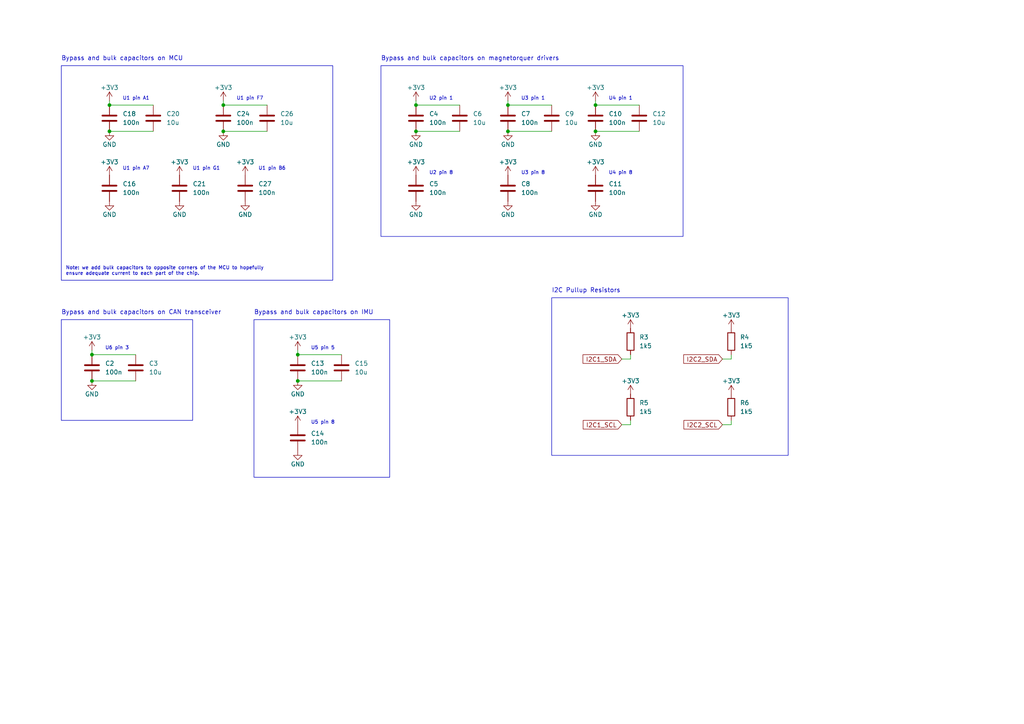
<source format=kicad_sch>
(kicad_sch (version 20230121) (generator eeschema)
  (paper "A4")
  (lib_symbols
    (symbol "Device:C" (pin_numbers hide) (pin_names (offset 0.254))
      (property "Reference" "C" (at 0.635 2.54 0))
      (property "Value" "C" (at 0.635 -2.54 0))
      (symbol "C_0_1"
        (polyline (pts (xy -2.032 -0.762) (xy 2.032 -0.762)) (stroke (width 0.508)))
        (polyline (pts (xy -2.032 0.762) (xy 2.032 0.762)) (stroke (width 0.508)))
      )
      (symbol "C_1_1"
        (pin passive line (at 0 3.81 270) (length 2.794) (name "~") (number "1"))
        (pin passive line (at 0 -3.81 90) (length 2.794) (name "~") (number "2"))
      )
    )
    (symbol "Device:R" (pin_numbers hide) (pin_names (offset 0))
      (property "Reference" "R" (at 2.032 0 90))
      (property "Value" "R" (at 0 0 90))
      (symbol "R_0_1"
        (rectangle (start -1.016 -2.54) (end 1.016 2.54) (stroke (width 0.254)))
      )
      (symbol "R_1_1"
        (pin passive line (at 0 3.81 270) (length 1.27) (name "~") (number "1"))
        (pin passive line (at 0 -3.81 90) (length 1.27) (name "~") (number "2"))
      )
    )
    (symbol "power:+3V3" (power) (pin_names (offset 0))
      (property "Value" "+3V3" (at 0 3.556 0))
      (symbol "+3V3_0_1"
        (polyline (pts (xy -0.762 1.27) (xy 0 2.54)))
        (polyline (pts (xy 0 0) (xy 0 2.54)))
        (polyline (pts (xy 0 2.54) (xy 0.762 1.27)))
      )
      (symbol "+3V3_1_1"
        (pin power_in line (at 0 0 90) (length 0) hide (name "+3V3") (number "1"))
      )
    )
    (symbol "power:GND" (power) (pin_names (offset 0))
      (property "Value" "GND" (at 0 -3.81 0))
      (symbol "GND_0_1"
        (polyline (pts (xy 0 0) (xy 0 -1.27) (xy 1.27 -1.27) (xy 0 -2.54) (xy -1.27 -1.27) (xy 0 -1.27)))
      )
      (symbol "GND_1_1"
        (pin power_in line (at 0 0 270) (length 0) hide (name "GND") (number "1"))
      )
    )
  )
  (junction (at 86.36 102.87))
  (junction (at 64.77 30.48))
  (junction (at 26.67 102.87))
  (junction (at 147.32 38.1))
  (junction (at 31.75 30.48))
  (junction (at 31.75 38.1))
  (junction (at 26.67 110.49))
  (junction (at 64.77 38.1))
  (junction (at 120.65 30.48))
  (junction (at 86.36 110.49))
  (junction (at 120.65 38.1))
  (junction (at 172.72 38.1))
  (junction (at 147.32 30.48))
  (junction (at 172.72 30.48))
  (wire (pts (xy 86.36 110.49) (xy 99.06 110.49)))
  (wire (pts (xy 172.72 29.21) (xy 172.72 30.48)))
  (wire (pts (xy 212.09 123.19) (xy 209.55 123.19)))
  (wire (pts (xy 180.34 104.14) (xy 182.88 104.14)))
  (wire (pts (xy 77.47 30.48) (xy 64.77 30.48)))
  (wire (pts (xy 182.88 123.19) (xy 180.34 123.19)))
  (wire (pts (xy 120.65 38.1) (xy 133.35 38.1)))
  (wire (pts (xy 182.88 104.14) (xy 182.88 102.87)))
  (wire (pts (xy 86.36 101.6) (xy 86.36 102.87)))
  (wire (pts (xy 185.42 30.48) (xy 172.72 30.48)))
  (wire (pts (xy 26.67 101.6) (xy 26.67 102.87)))
  (wire (pts (xy 39.37 102.87) (xy 26.67 102.87)))
  (wire (pts (xy 160.02 30.48) (xy 147.32 30.48)))
  (wire (pts (xy 182.88 121.92) (xy 182.88 123.19)))
  (wire (pts (xy 133.35 30.48) (xy 120.65 30.48)))
  (wire (pts (xy 31.75 29.21) (xy 31.75 30.48)))
  (wire (pts (xy 26.67 110.49) (xy 39.37 110.49)))
  (wire (pts (xy 64.77 29.21) (xy 64.77 30.48)))
  (wire (pts (xy 120.65 29.21) (xy 120.65 30.48)))
  (wire (pts (xy 31.75 38.1) (xy 44.45 38.1)))
  (wire (pts (xy 212.09 104.14) (xy 212.09 102.87)))
  (wire (pts (xy 64.77 38.1) (xy 77.47 38.1)))
  (wire (pts (xy 212.09 121.92) (xy 212.09 123.19)))
  (wire (pts (xy 147.32 38.1) (xy 160.02 38.1)))
  (wire (pts (xy 99.06 102.87) (xy 86.36 102.87)))
  (wire (pts (xy 147.32 29.21) (xy 147.32 30.48)))
  (wire (pts (xy 172.72 38.1) (xy 185.42 38.1)))
  (wire (pts (xy 209.55 104.14) (xy 212.09 104.14)))
  (wire (pts (xy 44.45 30.48) (xy 31.75 30.48)))
  (rectangle (start 110.49 19.05) (end 198.12 68.58))
  (rectangle (start 17.78 19.05) (end 96.52 81.28))
  (rectangle (start 160.02 86.36) (end 228.6 132.08))
  (rectangle (start 73.66 92.71) (end 113.03 138.43))
  (rectangle (start 17.78 92.71) (end 55.88 121.92))
  (text "U3 pin 1" (at 151.13 29.21 0) (effects (font (size 1 1)) (justify left bottom)))
  (text "U1 pin A7" (at 35.56 49.53 0) (effects (font (size 1 1)) (justify left bottom)))
  (text "U1 pin G1" (at 55.88 49.53 0) (effects (font (size 1 1)) (justify left bottom)))
  (text "U1 pin F7" (at 68.58 29.21 0) (effects (font (size 1 1)) (justify left bottom)))
  (text "U2 pin 8" (at 124.46 50.8 0) (effects (font (size 1 1)) (justify left bottom)))
  (text "U4 pin 1" (at 176.53 29.21 0) (effects (font (size 1 1)) (justify left bottom)))
  (text "U2 pin 1" (at 124.46 29.21 0) (effects (font (size 1 1)) (justify left bottom)))
  (text "U5 pin 5" (at 90.17 101.6 0) (effects (font (size 1 1)) (justify left bottom)))
  (text "U4 pin 8" (at 176.53 50.8 0) (effects (font (size 1 1)) (justify left bottom)))
  (text "U3 pin 8" (at 151.13 50.8 0) (effects (font (size 1 1)) (justify left bottom)))
  (text "U6 pin 3" (at 30.48 101.6 0) (effects (font (size 1 1)) (justify left bottom)))
  (text "I2C Pullup Resistors" (at 160.02 85.09 0) (effects (font (size 1.27 1.27)) (justify left bottom)))
  (text "Bypass and bulk capacitors on CAN transceiver" (at 17.78 91.44 0) (effects (font (size 1.27 1.27)) (justify left bottom)))
  (text "Bypass and bulk capacitors on MCU" (at 17.78 17.78 0) (effects (font (size 1.27 1.27)) (justify left bottom)))
  (text "Note: we add bulk capacitors to opposite corners of the MCU to hopefully\nensure adequate current to each part of the chip." (at 19.05 80.01 0) (effects (font (size 1 1)) (justify left bottom)))
  (text "U1 pin B6" (at 74.93 49.53 0) (effects (font (size 1 1)) (justify left bottom)))
  (text "U1 pin A1" (at 35.56 29.21 0) (effects (font (size 1 1)) (justify left bottom)))
  (text "Bypass and bulk capacitors on magnetorquer drivers" (at 110.49 17.78 0) (effects (font (size 1.27 1.27)) (justify left bottom)))
  (text "Bypass and bulk capacitors on IMU" (at 73.66 91.44 0) (effects (font (size 1.27 1.27)) (justify left bottom)))
  (text "U5 pin 8" (at 90.17 123.19 0) (effects (font (size 1 1)) (justify left bottom)))
  (global_label "I2C1_SCL" (shape input) (at 180.34 123.19 180) (property "Intersheetrefs" "${INTERSHEET_REFS}" (effects hide)))
  (global_label "I2C2_SDA" (shape input) (at 209.55 104.14 180) (property "Intersheetrefs" "${INTERSHEET_REFS}" (effects hide)))
  (global_label "I2C2_SCL" (shape input) (at 209.55 123.19 180) (property "Intersheetrefs" "${INTERSHEET_REFS}" (effects hide)))
  (global_label "I2C1_SDA" (shape input) (at 180.34 104.14 180) (property "Intersheetrefs" "${INTERSHEET_REFS}" (effects hide)))
  (symbol (lib_id "power:+3V3") (at 31.75 50.8 0) (unit 1)
    (property "Reference" "#PWR048" (effects hide))
    (property "Value" "+3V3" (at 31.75 46.99 0))
  )
  (symbol (lib_id "power:+3V3") (at 26.67 101.6 0) (unit 1)
    (property "Reference" "#PWR029" (effects hide))
    (property "Value" "+3V3" (at 26.67 97.79 0))
  )
  (symbol (lib_id "Device:C") (at 99.06 106.68 0) (unit 1)
    (property "Reference" "C15" (at 102.87 105.41 0) (effects (justify left)))
    (property "Value" "10u" (at 102.87 107.95 0) (effects (justify left)))
    (property "Footprint" "Capacitor_SMD:C_0603_1608Metric" (effects hide))
    (property "MPN" "C19702" (effects hide))
    (property "Manufacturer" "Samsung Electro-Mechanics" (effects hide))
    (property "Manufacturer Part Number" "CL10A106KP8NNNC" (effects hide))
  )
  (symbol (lib_id "Device:C") (at 172.72 34.29 0) (unit 1)
    (property "Reference" "C10" (at 176.53 33.02 0) (effects (justify left)))
    (property "Value" "100n" (at 176.53 35.56 0) (effects (justify left)))
    (property "Footprint" "Capacitor_SMD:C_0402_1005Metric" (effects hide))
    (property "MPN" "C1525" (effects hide))
    (property "Manufacturer" "Samsung Electro-Mechanics" (effects hide))
    (property "Manufacturer Part Number" "CL05B104KO5NNNC" (effects hide))
  )
  (symbol (lib_id "power:+3V3") (at 212.09 95.25 0) (unit 1)
    (property "Reference" "#PWR053" (effects hide))
    (property "Value" "+3V3" (at 212.09 91.44 0))
  )
  (symbol (lib_id "power:GND") (at 26.67 110.49 0) (unit 1)
    (property "Reference" "#PWR031" (effects hide))
    (property "Value" "GND" (at 26.67 114.3 0))
  )
  (symbol (lib_id "power:GND") (at 120.65 38.1 0) (unit 1)
    (property "Reference" "#PWR033" (effects hide))
    (property "Value" "GND" (at 120.65 41.91 0))
  )
  (symbol (lib_id "power:GND") (at 86.36 110.49 0) (unit 1)
    (property "Reference" "#PWR045" (effects hide))
    (property "Value" "GND" (at 86.36 114.3 0))
  )
  (symbol (lib_id "Device:C") (at 120.65 34.29 0) (unit 1)
    (property "Reference" "C4" (at 124.46 33.02 0) (effects (justify left)))
    (property "Value" "100n" (at 124.46 35.56 0) (effects (justify left)))
    (property "Footprint" "Capacitor_SMD:C_0402_1005Metric" (effects hide))
    (property "MPN" "C1525" (effects hide))
    (property "Manufacturer" "Samsung Electro-Mechanics" (effects hide))
    (property "Manufacturer Part Number" "CL05B104KO5NNNC" (effects hide))
  )
  (symbol (lib_id "Device:C") (at 185.42 34.29 0) (unit 1)
    (property "Reference" "C12" (at 189.23 33.02 0) (effects (justify left)))
    (property "Value" "10u" (at 189.23 35.56 0) (effects (justify left)))
    (property "Footprint" "Capacitor_SMD:C_0603_1608Metric" (effects hide))
    (property "MPN" "C19702" (effects hide))
    (property "Manufacturer" "Samsung Electro-Mechanics" (effects hide))
    (property "Manufacturer Part Number" "CL10A106KP8NNNC" (effects hide))
  )
  (symbol (lib_id "Device:C") (at 86.36 106.68 0) (unit 1)
    (property "Reference" "C13" (at 90.17 105.41 0) (effects (justify left)))
    (property "Value" "100n" (at 90.17 107.95 0) (effects (justify left)))
    (property "Footprint" "Capacitor_SMD:C_0402_1005Metric" (effects hide))
    (property "MPN" "C1525" (effects hide))
    (property "Manufacturer" "Samsung Electro-Mechanics" (effects hide))
    (property "Manufacturer Part Number" "CL05B104KO5NNNC" (effects hide))
  )
  (symbol (lib_id "Device:C") (at 86.36 127 0) (unit 1)
    (property "Reference" "C14" (at 90.17 125.73 0) (effects (justify left)))
    (property "Value" "100n" (at 90.17 128.27 0) (effects (justify left)))
    (property "Footprint" "Capacitor_SMD:C_0402_1005Metric" (effects hide))
    (property "MPN" "C1525" (effects hide))
    (property "Manufacturer" "Samsung Electro-Mechanics" (effects hide))
    (property "Manufacturer Part Number" "CL05B104KO5NNNC" (effects hide))
  )
  (symbol (lib_id "power:+3V3") (at 31.75 29.21 0) (unit 1)
    (property "Reference" "#PWR050" (effects hide))
    (property "Value" "+3V3" (at 31.75 25.4 0))
  )
  (symbol (lib_id "power:+3V3") (at 120.65 50.8 0) (unit 1)
    (property "Reference" "#PWR034" (effects hide))
    (property "Value" "+3V3" (at 120.65 46.99 0))
  )
  (symbol (lib_id "power:GND") (at 147.32 38.1 0) (unit 1)
    (property "Reference" "#PWR037" (effects hide))
    (property "Value" "GND" (at 147.32 41.91 0))
  )
  (symbol (lib_id "power:GND") (at 31.75 38.1 0) (unit 1)
    (property "Reference" "#PWR051" (effects hide))
    (property "Value" "GND" (at 31.75 41.91 0))
  )
  (symbol (lib_id "power:+3V3") (at 86.36 101.6 0) (unit 1)
    (property "Reference" "#PWR044" (effects hide))
    (property "Value" "+3V3" (at 86.36 97.79 0))
  )
  (symbol (lib_id "Device:R") (at 182.88 99.06 0) (unit 1)
    (property "Reference" "R3" (at 185.42 97.79 0) (effects (justify left)))
    (property "Value" "1k5" (at 185.42 100.33 0) (effects (justify left)))
    (property "Footprint" "Resistor_SMD:R_0402_1005Metric" (effects hide))
    (property "Purpose" "I2C pullup" (effects hide))
    (property "MPN" "C25867" (effects hide))
    (property "Manufacturer" "UNI-ROYAL" (effects hide))
    (property "Manufacturer Part Number" "0402WGF1501TCE" (effects hide))
  )
  (symbol (lib_id "Device:R") (at 182.88 118.11 0) (unit 1)
    (property "Reference" "R5" (at 185.42 116.84 0) (effects (justify left)))
    (property "Value" "1k5" (at 185.42 119.38 0) (effects (justify left)))
    (property "Footprint" "Resistor_SMD:R_0402_1005Metric" (effects hide))
    (property "Purpose" "I2C pullup" (effects hide))
    (property "MPN" "C25867" (effects hide))
    (property "Manufacturer" "UNI-ROYAL" (effects hide))
    (property "Manufacturer Part Number" "0402WGF1501TCE" (effects hide))
  )
  (symbol (lib_id "Device:C") (at 39.37 106.68 0) (unit 1)
    (property "Reference" "C3" (at 43.18 105.41 0) (effects (justify left)))
    (property "Value" "10u" (at 43.18 107.95 0) (effects (justify left)))
    (property "Footprint" "Capacitor_SMD:C_0603_1608Metric" (effects hide))
    (property "MPN" "C19702" (effects hide))
    (property "Manufacturer" "Samsung Electro-Mechanics" (effects hide))
    (property "Manufacturer Part Number" "CL10A106KP8NNNC" (effects hide))
  )
  (symbol (lib_id "Device:C") (at 31.75 34.29 0) (unit 1)
    (property "Reference" "C18" (at 35.56 33.02 0) (effects (justify left)))
    (property "Value" "100n" (at 35.56 35.56 0) (effects (justify left)))
    (property "Footprint" "Capacitor_SMD:C_0402_1005Metric" (effects hide))
    (property "MPN" "C1525" (effects hide))
    (property "Manufacturer" "Samsung Electro-Mechanics" (effects hide))
    (property "Manufacturer Part Number" "CL05B104KO5NNNC" (effects hide))
  )
  (symbol (lib_id "power:GND") (at 120.65 58.42 0) (unit 1)
    (property "Reference" "#PWR035" (effects hide))
    (property "Value" "GND" (at 120.65 62.23 0))
  )
  (symbol (lib_id "Device:C") (at 160.02 34.29 0) (unit 1)
    (property "Reference" "C9" (at 163.83 33.02 0) (effects (justify left)))
    (property "Value" "10u" (at 163.83 35.56 0) (effects (justify left)))
    (property "Footprint" "Capacitor_SMD:C_0603_1608Metric" (effects hide))
    (property "MPN" "C19702" (effects hide))
    (property "Manufacturer" "Samsung Electro-Mechanics" (effects hide))
    (property "Manufacturer Part Number" "CL10A106KP8NNNC" (effects hide))
  )
  (symbol (lib_id "power:+3V3") (at 172.72 50.8 0) (unit 1)
    (property "Reference" "#PWR042" (effects hide))
    (property "Value" "+3V3" (at 172.72 46.99 0))
  )
  (symbol (lib_id "Device:C") (at 172.72 54.61 0) (unit 1)
    (property "Reference" "C11" (at 176.53 53.34 0) (effects (justify left)))
    (property "Value" "100n" (at 176.53 55.88 0) (effects (justify left)))
    (property "Footprint" "Capacitor_SMD:C_0402_1005Metric" (effects hide))
    (property "MPN" "C1525" (effects hide))
    (property "Manufacturer" "Samsung Electro-Mechanics" (effects hide))
    (property "Manufacturer Part Number" "CL05B104KO5NNNC" (effects hide))
  )
  (symbol (lib_id "power:GND") (at 71.12 58.42 0) (unit 1)
    (property "Reference" "#PWR063" (effects hide))
    (property "Value" "GND" (at 71.12 62.23 0))
  )
  (symbol (lib_id "Device:C") (at 52.07 54.61 0) (unit 1)
    (property "Reference" "C21" (at 55.88 53.34 0) (effects (justify left)))
    (property "Value" "100n" (at 55.88 55.88 0) (effects (justify left)))
    (property "Footprint" "Capacitor_SMD:C_0402_1005Metric" (effects hide))
    (property "MPN" "C1525" (effects hide))
    (property "Manufacturer" "Samsung Electro-Mechanics" (effects hide))
    (property "Manufacturer Part Number" "CL05B104KO5NNNC" (effects hide))
  )
  (symbol (lib_id "Device:C") (at 64.77 34.29 0) (unit 1)
    (property "Reference" "C24" (at 68.58 33.02 0) (effects (justify left)))
    (property "Value" "100n" (at 68.58 35.56 0) (effects (justify left)))
    (property "Footprint" "Capacitor_SMD:C_0402_1005Metric" (effects hide))
    (property "MPN" "C1525" (effects hide))
    (property "Manufacturer" "Samsung Electro-Mechanics" (effects hide))
    (property "Manufacturer Part Number" "CL05B104KO5NNNC" (effects hide))
  )
  (symbol (lib_id "Device:C") (at 147.32 54.61 0) (unit 1)
    (property "Reference" "C8" (at 151.13 53.34 0) (effects (justify left)))
    (property "Value" "100n" (at 151.13 55.88 0) (effects (justify left)))
    (property "Footprint" "Capacitor_SMD:C_0402_1005Metric" (effects hide))
    (property "MPN" "C1525" (effects hide))
    (property "Manufacturer" "Samsung Electro-Mechanics" (effects hide))
    (property "Manufacturer Part Number" "CL05B104KO5NNNC" (effects hide))
  )
  (symbol (lib_id "Device:C") (at 120.65 54.61 0) (unit 1)
    (property "Reference" "C5" (at 124.46 53.34 0) (effects (justify left)))
    (property "Value" "100n" (at 124.46 55.88 0) (effects (justify left)))
    (property "Footprint" "Capacitor_SMD:C_0402_1005Metric" (effects hide))
    (property "MPN" "C1525" (effects hide))
    (property "Manufacturer" "Samsung Electro-Mechanics" (effects hide))
    (property "Manufacturer Part Number" "CL05B104KO5NNNC" (effects hide))
  )
  (symbol (lib_id "Device:C") (at 147.32 34.29 0) (unit 1)
    (property "Reference" "C7" (at 151.13 33.02 0) (effects (justify left)))
    (property "Value" "100n" (at 151.13 35.56 0) (effects (justify left)))
    (property "Footprint" "Capacitor_SMD:C_0402_1005Metric" (effects hide))
    (property "MPN" "C1525" (effects hide))
    (property "Manufacturer" "Samsung Electro-Mechanics" (effects hide))
    (property "Manufacturer Part Number" "CL05B104KO5NNNC" (effects hide))
  )
  (symbol (lib_id "Device:C") (at 44.45 34.29 0) (unit 1)
    (property "Reference" "C20" (at 48.26 33.02 0) (effects (justify left)))
    (property "Value" "10u" (at 48.26 35.56 0) (effects (justify left)))
    (property "Footprint" "Capacitor_SMD:C_0603_1608Metric" (effects hide))
    (property "MPN" "C19702" (effects hide))
    (property "Manufacturer" "Samsung Electro-Mechanics" (effects hide))
    (property "Manufacturer Part Number" "CL10A106KP8NNNC" (effects hide))
  )
  (symbol (lib_id "power:+3V3") (at 71.12 50.8 0) (unit 1)
    (property "Reference" "#PWR062" (effects hide))
    (property "Value" "+3V3" (at 71.12 46.99 0))
  )
  (symbol (lib_id "power:GND") (at 172.72 58.42 0) (unit 1)
    (property "Reference" "#PWR043" (effects hide))
    (property "Value" "GND" (at 172.72 62.23 0))
  )
  (symbol (lib_id "power:GND") (at 31.75 58.42 0) (unit 1)
    (property "Reference" "#PWR049" (effects hide))
    (property "Value" "GND" (at 31.75 62.23 0))
  )
  (symbol (lib_id "power:GND") (at 64.77 38.1 0) (unit 1)
    (property "Reference" "#PWR059" (effects hide))
    (property "Value" "GND" (at 64.77 41.91 0))
  )
  (symbol (lib_id "power:+3V3") (at 52.07 50.8 0) (unit 1)
    (property "Reference" "#PWR054" (effects hide))
    (property "Value" "+3V3" (at 52.07 46.99 0))
  )
  (symbol (lib_id "power:GND") (at 52.07 58.42 0) (unit 1)
    (property "Reference" "#PWR055" (effects hide))
    (property "Value" "GND" (at 52.07 62.23 0))
  )
  (symbol (lib_id "power:GND") (at 172.72 38.1 0) (unit 1)
    (property "Reference" "#PWR041" (effects hide))
    (property "Value" "GND" (at 172.72 41.91 0))
  )
  (symbol (lib_id "power:+3V3") (at 182.88 114.3 0) (unit 1)
    (property "Reference" "#PWR056" (effects hide))
    (property "Value" "+3V3" (at 182.88 110.49 0))
  )
  (symbol (lib_id "power:+3V3") (at 147.32 50.8 0) (unit 1)
    (property "Reference" "#PWR038" (effects hide))
    (property "Value" "+3V3" (at 147.32 46.99 0))
  )
  (symbol (lib_id "power:+3V3") (at 212.09 114.3 0) (unit 1)
    (property "Reference" "#PWR057" (effects hide))
    (property "Value" "+3V3" (at 212.09 110.49 0))
  )
  (symbol (lib_id "Device:R") (at 212.09 118.11 0) (unit 1)
    (property "Reference" "R6" (at 214.63 116.84 0) (effects (justify left)))
    (property "Value" "1k5" (at 214.63 119.38 0) (effects (justify left)))
    (property "Footprint" "Resistor_SMD:R_0402_1005Metric" (effects hide))
    (property "Purpose" "I2C pullup" (effects hide))
    (property "MPN" "C25867" (effects hide))
    (property "Manufacturer" "UNI-ROYAL" (effects hide))
    (property "Manufacturer Part Number" "0402WGF1501TCE" (effects hide))
  )
  (symbol (lib_id "power:GND") (at 147.32 58.42 0) (unit 1)
    (property "Reference" "#PWR039" (effects hide))
    (property "Value" "GND" (at 147.32 62.23 0))
  )
  (symbol (lib_id "power:+3V3") (at 147.32 29.21 0) (unit 1)
    (property "Reference" "#PWR036" (effects hide))
    (property "Value" "+3V3" (at 147.32 25.4 0))
  )
  (symbol (lib_id "power:+3V3") (at 86.36 123.19 0) (unit 1)
    (property "Reference" "#PWR046" (effects hide))
    (property "Value" "+3V3" (at 86.36 119.38 0))
  )
  (symbol (lib_id "power:GND") (at 86.36 130.81 0) (unit 1)
    (property "Reference" "#PWR047" (effects hide))
    (property "Value" "GND" (at 86.36 134.62 0))
  )
  (symbol (lib_id "Device:C") (at 77.47 34.29 0) (unit 1)
    (property "Reference" "C26" (at 81.28 33.02 0) (effects (justify left)))
    (property "Value" "10u" (at 81.28 35.56 0) (effects (justify left)))
    (property "Footprint" "Capacitor_SMD:C_0603_1608Metric" (effects hide))
    (property "MPN" "C19702" (effects hide))
    (property "Manufacturer" "Samsung Electro-Mechanics" (effects hide))
    (property "Manufacturer Part Number" "CL10A106KP8NNNC" (effects hide))
  )
  (symbol (lib_id "Device:R") (at 212.09 99.06 0) (unit 1)
    (property "Reference" "R4" (at 214.63 97.79 0) (effects (justify left)))
    (property "Value" "1k5" (at 214.63 100.33 0) (effects (justify left)))
    (property "Footprint" "Resistor_SMD:R_0402_1005Metric" (effects hide))
    (property "Purpose" "I2C pullup" (effects hide))
    (property "MPN" "C25867" (effects hide))
    (property "Manufacturer" "UNI-ROYAL" (effects hide))
    (property "Manufacturer Part Number" "0402WGF1501TCE" (effects hide))
  )
  (symbol (lib_id "power:+3V3") (at 172.72 29.21 0) (unit 1)
    (property "Reference" "#PWR040" (effects hide))
    (property "Value" "+3V3" (at 172.72 25.4 0))
  )
  (symbol (lib_id "Device:C") (at 31.75 54.61 0) (unit 1)
    (property "Reference" "C16" (at 35.56 53.34 0) (effects (justify left)))
    (property "Value" "100n" (at 35.56 55.88 0) (effects (justify left)))
    (property "Footprint" "Capacitor_SMD:C_0402_1005Metric" (effects hide))
    (property "MPN" "C1525" (effects hide))
    (property "Manufacturer" "Samsung Electro-Mechanics" (effects hide))
    (property "Manufacturer Part Number" "CL05B104KO5NNNC" (effects hide))
  )
  (symbol (lib_id "Device:C") (at 26.67 106.68 0) (unit 1)
    (property "Reference" "C2" (at 30.48 105.41 0) (effects (justify left)))
    (property "Value" "100n" (at 30.48 107.95 0) (effects (justify left)))
    (property "Footprint" "Capacitor_SMD:C_0402_1005Metric" (effects hide))
    (property "MPN" "C1525" (effects hide))
    (property "Manufacturer" "Samsung Electro-Mechanics" (effects hide))
    (property "Manufacturer Part Number" "CL05B104KO5NNNC" (effects hide))
  )
  (symbol (lib_id "Device:C") (at 71.12 54.61 0) (unit 1)
    (property "Reference" "C27" (at 74.93 53.34 0) (effects (justify left)))
    (property "Value" "100n" (at 74.93 55.88 0) (effects (justify left)))
    (property "Footprint" "Capacitor_SMD:C_0402_1005Metric" (effects hide))
    (property "MPN" "C1525" (effects hide))
    (property "Manufacturer" "Samsung Electro-Mechanics" (effects hide))
    (property "Manufacturer Part Number" "CL05B104KO5NNNC" (effects hide))
  )
  (symbol (lib_id "power:+3V3") (at 120.65 29.21 0) (unit 1)
    (property "Reference" "#PWR032" (effects hide))
    (property "Value" "+3V3" (at 120.65 25.4 0))
  )
  (symbol (lib_id "Device:C") (at 133.35 34.29 0) (unit 1)
    (property "Reference" "C6" (at 137.16 33.02 0) (effects (justify left)))
    (property "Value" "10u" (at 137.16 35.56 0) (effects (justify left)))
    (property "Footprint" "Capacitor_SMD:C_0603_1608Metric" (effects hide))
    (property "MPN" "C19702" (effects hide))
    (property "Manufacturer" "Samsung Electro-Mechanics" (effects hide))
    (property "Manufacturer Part Number" "CL10A106KP8NNNC" (effects hide))
  )
  (symbol (lib_id "power:+3V3") (at 182.88 95.25 0) (unit 1)
    (property "Reference" "#PWR052" (effects hide))
    (property "Value" "+3V3" (at 182.88 91.44 0))
  )
  (symbol (lib_id "power:+3V3") (at 64.77 29.21 0) (unit 1)
    (property "Reference" "#PWR058" (effects hide))
    (property "Value" "+3V3" (at 64.77 25.4 0))
  )
)
</source>
